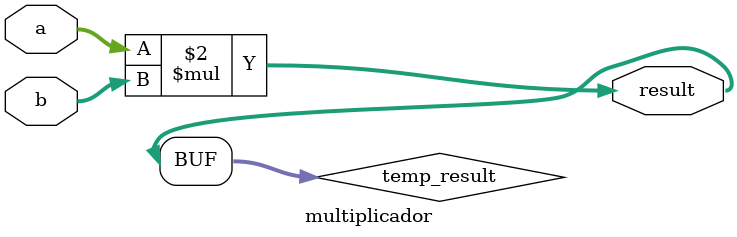
<source format=sv>
module multiplicador #(parameter N = 8)
    (
     input logic [N-1:0] a,
     input logic [N-1:0] b,
     output logic [2*N-1:0] result
    );

    // Declare internal signals
    logic [2*N-1:0] temp_result;

    // Perform multiplication using the * operator
    always_comb begin
        temp_result = a * b;
    end

    // Assign result
    assign result = temp_result;

endmodule

</source>
